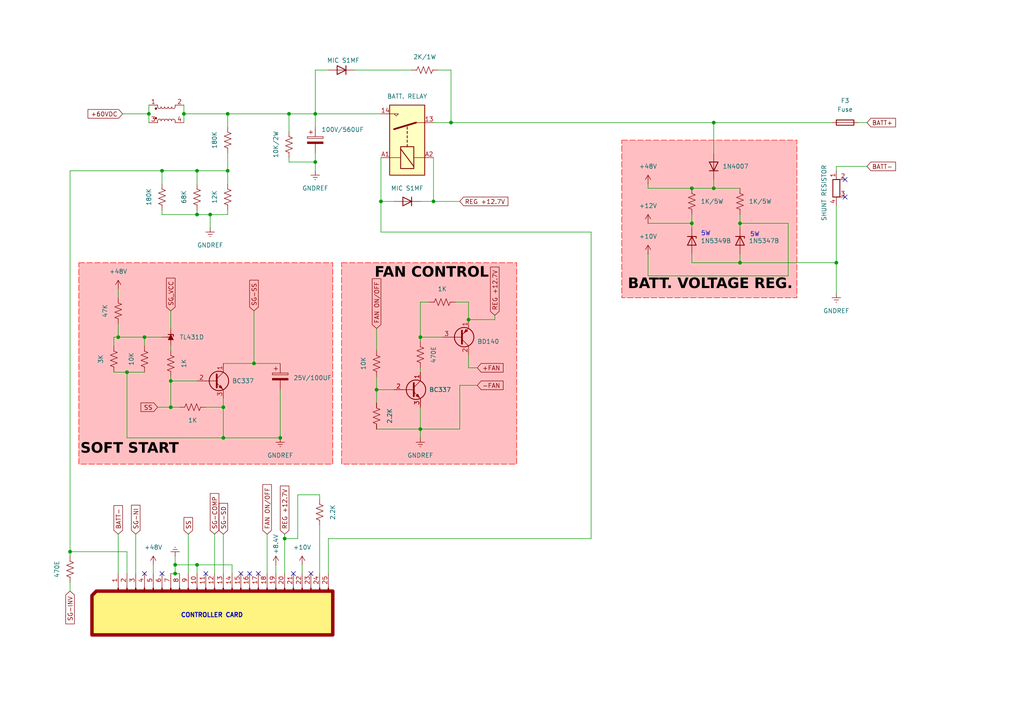
<source format=kicad_sch>
(kicad_sch (version 20250114) (generator "eeschema") (generator_version "9.0")
  (paper "A4")
  (title_block (title "CHARGING & CONTROL"))
  (lib_symbols
    (symbol "Connector:Conn_01x25_Pin" (pin_names (offset 1.016) (hide yes))
      (property "Reference" "J" (at 0 33.02 0))
      (property "Value" "Conn_01x25_Pin" (at 0 -33.02 0))
      (symbol "Conn_01x25_Pin_1_1"
        (rectangle (start 0.8636 30.607) (end 0 30.353) (stroke (width 0.1524)) (fill (type outline)))
        (rectangle (start 0.8636 28.067) (end 0 27.813) (stroke (width 0.1524)) (fill (type outline)))
        (rectangle (start 0.8636 25.527) (end 0 25.273) (stroke (width 0.1524)) (fill (type outline)))
        (rectangle (start 0.8636 22.987) (end 0 22.733) (stroke (width 0.1524)) (fill (type outline)))
        (rectangle (start 0.8636 20.447) (end 0 20.193) (stroke (width 0.1524)) (fill (type outline)))
        (rectangle (start 0.8636 17.907) (end 0 17.653) (stroke (width 0.1524)) (fill (type outline)))
        (rectangle (start 0.8636 15.367) (end 0 15.113) (stroke (width 0.1524)) (fill (type outline)))
        (rectangle (start 0.8636 12.827) (end 0 12.573) (stroke (width 0.1524)) (fill (type outline)))
        (rectangle (start 0.8636 10.287) (end 0 10.033) (stroke (width 0.1524)) (fill (type outline)))
        (rectangle (start 0.8636 7.747) (end 0 7.493) (stroke (width 0.1524)) (fill (type outline)))
        (rectangle (start 0.8636 5.207) (end 0 4.953) (stroke (width 0.1524)) (fill (type outline)))
        (rectangle (start 0.8636 2.667) (end 0 2.413) (stroke (width 0.1524)) (fill (type outline)))
        (rectangle (start 0.8636 0.127) (end 0 -0.127) (stroke (width 0.1524)) (fill (type outline)))
        (rectangle (start 0.8636 -2.413) (end 0 -2.667) (stroke (width 0.1524)) (fill (type outline)))
        (rectangle (start 0.8636 -4.953) (end 0 -5.207) (stroke (width 0.1524)) (fill (type outline)))
        (rectangle (start 0.8636 -7.493) (end 0 -7.747) (stroke (width 0.1524)) (fill (type outline)))
        (rectangle (start 0.8636 -10.033) (end 0 -10.287) (stroke (width 0.1524)) (fill (type outline)))
        (rectangle (start 0.8636 -12.573) (end 0 -12.827) (stroke (width 0.1524)) (fill (type outline)))
        (rectangle (start 0.8636 -15.113) (end 0 -15.367) (stroke (width 0.1524)) (fill (type outline)))
        (rectangle (start 0.8636 -17.653) (end 0 -17.907) (stroke (width 0.1524)) (fill (type outline)))
        (rectangle (start 0.8636 -20.193) (end 0 -20.447) (stroke (width 0.1524)) (fill (type outline)))
        (rectangle (start 0.8636 -22.733) (end 0 -22.987) (stroke (width 0.1524)) (fill (type outline)))
        (rectangle (start 0.8636 -25.273) (end 0 -25.527) (stroke (width 0.1524)) (fill (type outline)))
        (rectangle (start 0.8636 -27.813) (end 0 -28.067) (stroke (width 0.1524)) (fill (type outline)))
        (rectangle (start 0.8636 -30.353) (end 0 -30.607) (stroke (width 0.1524)) (fill (type outline)))
        (polyline (pts (xy 1.27 30.48) (xy 0.8636 30.48)) (stroke (width 0.1524)))
        (polyline (pts (xy 1.27 27.94) (xy 0.8636 27.94)) (stroke (width 0.1524)))
        (polyline (pts (xy 1.27 25.4) (xy 0.8636 25.4)) (stroke (width 0.1524)))
        (polyline (pts (xy 1.27 22.86) (xy 0.8636 22.86)) (stroke (width 0.1524)))
        (polyline (pts (xy 1.27 20.32) (xy 0.8636 20.32)) (stroke (width 0.1524)))
        (polyline (pts (xy 1.27 17.78) (xy 0.8636 17.78)) (stroke (width 0.1524)))
        (polyline (pts (xy 1.27 15.24) (xy 0.8636 15.24)) (stroke (width 0.1524)))
        (polyline (pts (xy 1.27 12.7) (xy 0.8636 12.7)) (stroke (width 0.1524)))
        (polyline (pts (xy 1.27 10.16) (xy 0.8636 10.16)) (stroke (width 0.1524)))
        (polyline (pts (xy 1.27 7.62) (xy 0.8636 7.62)) (stroke (width 0.1524)))
        (polyline (pts (xy 1.27 5.08) (xy 0.8636 5.08)) (stroke (width 0.1524)))
        (polyline (pts (xy 1.27 2.54) (xy 0.8636 2.54)) (stroke (width 0.1524)))
        (polyline (pts (xy 1.27 0) (xy 0.8636 0)) (stroke (width 0.1524)))
        (polyline (pts (xy 1.27 -2.54) (xy 0.8636 -2.54)) (stroke (width 0.1524)))
        (polyline (pts (xy 1.27 -5.08) (xy 0.8636 -5.08)) (stroke (width 0.1524)))
        (polyline (pts (xy 1.27 -7.62) (xy 0.8636 -7.62)) (stroke (width 0.1524)))
        (polyline (pts (xy 1.27 -10.16) (xy 0.8636 -10.16)) (stroke (width 0.1524)))
        (polyline (pts (xy 1.27 -12.7) (xy 0.8636 -12.7)) (stroke (width 0.1524)))
        (polyline (pts (xy 1.27 -15.24) (xy 0.8636 -15.24)) (stroke (width 0.1524)))
        (polyline (pts (xy 1.27 -17.78) (xy 0.8636 -17.78)) (stroke (width 0.1524)))
        (polyline (pts (xy 1.27 -20.32) (xy 0.8636 -20.32)) (stroke (width 0.1524)))
        (polyline (pts (xy 1.27 -22.86) (xy 0.8636 -22.86)) (stroke (width 0.1524)))
        (polyline (pts (xy 1.27 -25.4) (xy 0.8636 -25.4)) (stroke (width 0.1524)))
        (polyline (pts (xy 1.27 -27.94) (xy 0.8636 -27.94)) (stroke (width 0.1524)))
        (polyline (pts (xy 1.27 -30.48) (xy 0.8636 -30.48)) (stroke (width 0.1524)))
        (pin passive line (at 5.08 30.48 180) (length 3.81) (name "Pin_1") (number "1"))
        (pin passive line (at 5.08 27.94 180) (length 3.81) (name "Pin_2") (number "2"))
        (pin passive line (at 5.08 25.4 180) (length 3.81) (name "Pin_3") (number "3"))
        (pin passive line (at 5.08 22.86 180) (length 3.81) (name "Pin_4") (number "4"))
        (pin passive line (at 5.08 20.32 180) (length 3.81) (name "Pin_5") (number "5"))
        (pin passive line (at 5.08 17.78 180) (length 3.81) (name "Pin_6") (number "6"))
        (pin passive line (at 5.08 15.24 180) (length 3.81) (name "Pin_7") (number "7"))
        (pin passive line (at 5.08 12.7 180) (length 3.81) (name "Pin_8") (number "8"))
        (pin passive line (at 5.08 10.16 180) (length 3.81) (name "Pin_9") (number "9"))
        (pin passive line (at 5.08 7.62 180) (length 3.81) (name "Pin_10") (number "10"))
        (pin passive line (at 5.08 5.08 180) (length 3.81) (name "Pin_11") (number "11"))
        (pin passive line (at 5.08 2.54 180) (length 3.81) (name "Pin_12") (number "12"))
        (pin passive line (at 5.08 0 180) (length 3.81) (name "Pin_13") (number "13"))
        (pin passive line (at 5.08 -2.54 180) (length 3.81) (name "Pin_14") (number "14"))
        (pin passive line (at 5.08 -5.08 180) (length 3.81) (name "Pin_15") (number "15"))
        (pin passive line (at 5.08 -7.62 180) (length 3.81) (name "Pin_16") (number "16"))
        (pin passive line (at 5.08 -10.16 180) (length 3.81) (name "Pin_17") (number "17"))
        (pin passive line (at 5.08 -12.7 180) (length 3.81) (name "Pin_18") (number "18"))
        (pin passive line (at 5.08 -15.24 180) (length 3.81) (name "Pin_19") (number "19"))
        (pin passive line (at 5.08 -17.78 180) (length 3.81) (name "Pin_20") (number "20"))
        (pin passive line (at 5.08 -20.32 180) (length 3.81) (name "Pin_21") (number "21"))
        (pin passive line (at 5.08 -22.86 180) (length 3.81) (name "Pin_22") (number "22"))
        (pin passive line (at 5.08 -25.4 180) (length 3.81) (name "Pin_23") (number "23"))
        (pin passive line (at 5.08 -27.94 180) (length 3.81) (name "Pin_24") (number "24"))
        (pin passive line (at 5.08 -30.48 180) (length 3.81) (name "Pin_25") (number "25"))
      )
    )
    (symbol "Device:C_Polarized" (pin_numbers (hide yes)) (pin_names (offset 0.254))
      (property "Reference" "C" (at 0.635 2.54 0))
      (property "Value" "C_Polarized" (at 0.635 -2.54 0))
      (symbol "C_Polarized_0_1"
        (rectangle (start -2.286 0.508) (end 2.286 1.016))
        (polyline (pts (xy -1.778 2.286) (xy -0.762 2.286)))
        (polyline (pts (xy -1.27 2.794) (xy -1.27 1.778)))
        (rectangle (start 2.286 -0.508) (end -2.286 -1.016) (fill (type outline)))
      )
      (symbol "C_Polarized_1_1"
        (pin passive line (at 0 3.81 270) (length 2.794) (name "~") (number "1"))
        (pin passive line (at 0 -3.81 90) (length 2.794) (name "~") (number "2"))
      )
    )
    (symbol "Device:D_Zener" (pin_numbers (hide yes)) (pin_names (offset 1.016) (hide yes))
      (property "Reference" "D" (at 0 2.54 0))
      (property "Value" "D_Zener" (at 0 -2.54 0))
      (symbol "D_Zener_0_1"
        (polyline (pts (xy -1.27 -1.27) (xy -1.27 1.27) (xy -0.762 1.27)) (stroke (width 0.254)))
        (polyline (pts (xy 1.27 0) (xy -1.27 0)))
        (polyline (pts (xy 1.27 -1.27) (xy 1.27 1.27) (xy -1.27 0) (xy 1.27 -1.27)) (stroke (width 0.254)))
      )
      (symbol "D_Zener_1_1"
        (pin passive line (at -3.81 0 0) (length 2.54) (name "K") (number "1"))
        (pin passive line (at 3.81 0 180) (length 2.54) (name "A") (number "2"))
      )
    )
    (symbol "Device:Fuse" (pin_numbers (hide yes)) (pin_names (offset 0))
      (property "Reference" "F" (at 2.032 0 90))
      (property "Value" "Fuse" (at -1.905 0 90))
      (symbol "Fuse_0_1"
        (rectangle (start -0.762 -2.54) (end 0.762 2.54) (stroke (width 0.254)))
        (polyline (pts (xy 0 2.54) (xy 0 -2.54)))
      )
      (symbol "Fuse_1_1"
        (pin passive line (at 0 3.81 270) (length 1.27) (name "~") (number "1"))
        (pin passive line (at 0 -3.81 90) (length 1.27) (name "~") (number "2"))
      )
    )
    (symbol "Device:L_Coupled" (pin_names (offset 0.254) (hide yes))
      (property "Reference" "L" (at 0 4.445 0))
      (property "Value" "L_Coupled" (at 0 -4.445 0))
      (symbol "L_Coupled_0_1"
        (circle (center -3.048 1.524) (radius 0.254) (fill (type outline)))
        (circle (center -3.048 -1.27) (radius 0.254) (fill (type outline)))
        (polyline (pts (xy -2.54 2.032) (xy -2.54 2.54)))
        (polyline (pts (xy -2.54 -2.032) (xy -2.54 -2.54)))
        (arc (start -1.524 2.032) (mid -2.032 1.5262) (end -2.54 2.032))
        (arc (start -2.54 -2.032) (mid -2.032 -1.5262) (end -1.524 -2.032))
        (arc (start -0.508 2.032) (mid -1.016 1.5262) (end -1.524 2.032))
        (arc (start -1.524 -2.032) (mid -1.016 -1.5262) (end -0.508 -2.032))
        (arc (start 0.508 2.032) (mid 0 1.5262) (end -0.508 2.032))
        (arc (start -0.508 -2.032) (mid 0 -1.5262) (end 0.508 -2.032))
        (arc (start 1.524 2.032) (mid 1.016 1.5262) (end 0.508 2.032))
        (arc (start 0.508 -2.032) (mid 1.016 -1.5262) (end 1.524 -2.032))
        (arc (start 2.54 2.032) (mid 2.032 1.5262) (end 1.524 2.032))
        (arc (start 1.524 -2.032) (mid 2.032 -1.5262) (end 2.54 -2.032))
        (polyline (pts (xy 2.54 2.54) (xy 2.54 2.032)))
        (polyline (pts (xy 2.54 -2.032) (xy 2.54 -2.54)))
      )
      (symbol "L_Coupled_1_1"
        (pin passive line (at -5.08 2.54 0) (length 2.54) (name "1") (number "1"))
        (pin passive line (at -5.08 -2.54 0) (length 2.54) (name "3") (number "3"))
        (pin passive line (at 5.08 2.54 180) (length 2.54) (name "2") (number "2"))
        (pin passive line (at 5.08 -2.54 180) (length 2.54) (name "4") (number "4"))
      )
    )
    (symbol "Device:R_Shunt" (pin_names (offset 0) (hide yes))
      (property "Reference" "R" (at -2.032 0 90))
      (property "Value" "R_Shunt" (at 0 0 90))
      (symbol "R_Shunt_0_1"
        (rectangle (start -1.016 -2.54) (end 1.016 2.54) (stroke (width 0.254)))
        (polyline (pts (xy 0 -2.54) (xy 1.27 -2.54)))
        (polyline (pts (xy 1.27 2.54) (xy 0 2.54)))
      )
      (symbol "R_Shunt_1_1"
        (pin passive line (at 0 5.08 270) (length 2.54) (name "~") (number "1"))
        (pin passive line (at 0 -5.08 90) (length 2.54) (name "~") (number "4"))
        (pin passive line (at 2.54 2.54 180) (length 1.27) (name "~") (number "2"))
        (pin passive line (at 2.54 -2.54 180) (length 1.27) (name "~") (number "3"))
      )
    )
    (symbol "Device:R_US" (pin_numbers (hide yes)) (pin_names (offset 0))
      (property "Reference" "R" (at 2.54 0 90))
      (property "Value" "R_US" (at -2.54 0 90))
      (symbol "R_US_0_1"
        (polyline (pts (xy 0 2.286) (xy 0 2.54)))
        (polyline (pts (xy 0 2.286) (xy 1.016 1.905) (xy 0 1.524) (xy -1.016 1.143) (xy 0 0.762)))
        (polyline (pts (xy 0 0.762) (xy 1.016 0.381) (xy 0 0) (xy -1.016 -0.381) (xy 0 -0.762)))
        (polyline (pts (xy 0 -0.762) (xy 1.016 -1.143) (xy 0 -1.524) (xy -1.016 -1.905) (xy 0 -2.286)))
        (polyline (pts (xy 0 -2.286) (xy 0 -2.54)))
      )
      (symbol "R_US_1_1"
        (pin passive line (at 0 3.81 270) (length 1.27) (name "~") (number "1"))
        (pin passive line (at 0 -3.81 90) (length 1.27) (name "~") (number "2"))
      )
    )
    (symbol "Diode:1N4007" (pin_numbers (hide yes)) (pin_names (hide yes))
      (property "Reference" "D" (at 0 2.54 0))
      (property "Value" "1N4007" (at 0 -2.54 0))
      (symbol "1N4007_0_1"
        (polyline (pts (xy -1.27 1.27) (xy -1.27 -1.27)) (stroke (width 0.254)))
        (polyline (pts (xy 1.27 1.27) (xy 1.27 -1.27) (xy -1.27 0) (xy 1.27 1.27)) (stroke (width 0.254)))
        (polyline (pts (xy 1.27 0) (xy -1.27 0)))
      )
      (symbol "1N4007_1_1"
        (pin passive line (at -3.81 0 0) (length 2.54) (name "K") (number "1"))
        (pin passive line (at 3.81 0 180) (length 2.54) (name "A") (number "2"))
      )
    )
    (symbol "Reference_Voltage:TL431D" (pin_numbers (hide yes)) (pin_names (hide yes))
      (property "Reference" "U" (at 0 -2.54 0))
      (property "Value" "TL431D" (at 0 -4.445 0))
      (symbol "TL431D_0_1"
        (polyline (pts (xy -1.27 0) (xy 0 0) (xy 1.27 0)))
        (polyline (pts (xy -0.762 -0.762) (xy -0.762 0.762) (xy -0.762 0.762) (xy 0.762 0) (xy -0.762 -0.762)) (fill (type outline)))
        (polyline (pts (xy 0.254 -0.762) (xy 0.762 -0.762) (xy 0.762 0.762) (xy 0.762 0.762)) (stroke (width 0.254)))
      )
      (symbol "TL431D_1_1"
        (polyline (pts (xy 0 1.27) (xy 0 0)))
        (pin passive line (at -2.54 0 0) (length 2.54) (name "A") (number "2"))
        (pin passive line (at -2.54 0 0) (length 2.54) (hide yes) (name "A") (number "3"))
        (pin passive line (at -2.54 0 0) (length 2.54) (hide yes) (name "A") (number "6"))
        (pin passive line (at -2.54 0 0) (length 2.54) (hide yes) (name "A") (number "7"))
        (pin passive line (at 0 2.54 270) (length 2.54) (name "REF") (number "8"))
        (pin passive line (at 2.54 0 180) (length 2.54) (name "K") (number "1"))
      )
    )
    (symbol "Relay:Fujitsu_FTR-LYAA005x"
      (property "Reference" "K" (at 11.43 3.81 0))
      (property "Value" "Fujitsu_FTR-LYAA005x" (at 11.43 1.27 0))
      (symbol "Fujitsu_FTR-LYAA005x_0_0"
        (polyline (pts (xy 7.62 5.08) (xy 7.62 2.54) (xy 6.985 3.175) (xy 7.62 3.81)))
      )
      (symbol "Fujitsu_FTR-LYAA005x_0_1"
        (rectangle (start -10.16 5.08) (end 10.16 -5.08) (stroke (width 0.254)) (fill (type background)))
        (rectangle (start -8.255 1.905) (end -1.905 -1.905) (stroke (width 0.254)))
        (polyline (pts (xy -7.62 -1.905) (xy -2.54 1.905)) (stroke (width 0.254)))
        (polyline (pts (xy -5.08 5.08) (xy -5.08 1.905)))
        (polyline (pts (xy -5.08 -5.08) (xy -5.08 -1.905)))
        (polyline (pts (xy -1.905 0) (xy -1.27 0)) (stroke (width 0.254)))
        (polyline (pts (xy -0.635 0) (xy 0 0)) (stroke (width 0.254)))
        (polyline (pts (xy 0.635 0) (xy 1.27 0)) (stroke (width 0.254)))
        (polyline (pts (xy 1.905 0) (xy 2.54 0)) (stroke (width 0.254)))
        (polyline (pts (xy 3.175 0) (xy 3.81 0)) (stroke (width 0.254)))
        (polyline (pts (xy 5.08 -2.54) (xy 3.175 3.81)) (stroke (width 0.508)))
        (polyline (pts (xy 5.08 -2.54) (xy 5.08 -5.08)))
      )
      (symbol "Fujitsu_FTR-LYAA005x_1_1"
        (pin passive line (at -5.08 7.62 270) (length 2.54) (name "~") (number "A1"))
        (pin passive line (at -5.08 -7.62 90) (length 2.54) (name "~") (number "A2"))
        (pin passive line (at 5.08 -7.62 90) (length 2.54) (name "~") (number "13"))
        (pin passive line (at 7.62 7.62 270) (length 2.54) (name "~") (number "14"))
      )
    )
    (symbol "Transistor_BJT:BC337" (pin_names (offset 0) (hide yes))
      (property "Reference" "Q" (at 5.08 1.905 0))
      (property "Value" "BC337" (at 5.08 0 0))
      (symbol "BC337_0_1"
        (polyline (pts (xy -2.54 0) (xy 0.635 0)))
        (polyline (pts (xy 0.635 1.905) (xy 0.635 -1.905)) (stroke (width 0.508)))
        (circle (center 1.27 0) (radius 2.8194) (stroke (width 0.254)))
      )
      (symbol "BC337_1_1"
        (polyline (pts (xy 0.635 0.635) (xy 2.54 2.54)))
        (polyline (pts (xy 0.635 -0.635) (xy 2.54 -2.54)))
        (polyline (pts (xy 1.27 -1.778) (xy 1.778 -1.27) (xy 2.286 -2.286) (xy 1.27 -1.778)) (fill (type outline)))
        (pin input line (at -5.08 0 0) (length 2.54) (name "B") (number "2"))
        (pin passive line (at 2.54 5.08 270) (length 2.54) (name "C") (number "1"))
        (pin passive line (at 2.54 -5.08 90) (length 2.54) (name "E") (number "3"))
      )
    )
    (symbol "Transistor_BJT:BD140" (pin_names (offset 0) (hide yes))
      (property "Reference" "Q" (at 5.08 1.905 0))
      (property "Value" "BD140" (at 5.08 0 0))
      (symbol "BD140_0_1"
        (polyline (pts (xy -2.54 0) (xy 0.635 0)))
        (polyline (pts (xy 0.635 1.905) (xy 0.635 -1.905)) (stroke (width 0.508)))
        (polyline (pts (xy 0.635 0.635) (xy 2.54 2.54)))
        (polyline (pts (xy 0.635 -0.635) (xy 2.54 -2.54)))
        (circle (center 1.27 0) (radius 2.8194) (stroke (width 0.254)))
        (polyline (pts (xy 2.286 -1.778) (xy 1.778 -2.286) (xy 1.27 -1.27) (xy 2.286 -1.778)) (fill (type outline)))
      )
      (symbol "BD140_1_1"
        (pin input line (at -5.08 0 0) (length 2.54) (name "B") (number "3"))
        (pin passive line (at 2.54 5.08 270) (length 2.54) (name "C") (number "2"))
        (pin passive line (at 2.54 -5.08 90) (length 2.54) (name "E") (number "1"))
      )
    )
    (symbol "power:+1V0" (power) (pin_numbers (hide yes)) (pin_names (offset 0) (hide yes))
      (property "Value" "+1V0" (at 0 3.556 0))
      (symbol "+1V0_0_1"
        (polyline (pts (xy -0.762 1.27) (xy 0 2.54)))
        (polyline (pts (xy 0 2.54) (xy 0.762 1.27)))
        (polyline (pts (xy 0 0) (xy 0 2.54)))
      )
      (symbol "+1V0_1_1"
        (pin power_in line (at 0 0 90) (length 0) (name "~") (number "1"))
      )
    )
    (symbol "power:GNDREF" (power) (pin_numbers (hide yes)) (pin_names (offset 0) (hide yes))
      (property "Value" "GNDREF" (at 0 -3.81 0))
      (symbol "GNDREF_0_1"
        (polyline (pts (xy -0.635 -1.905) (xy 0.635 -1.905)))
        (polyline (pts (xy -0.127 -2.54) (xy 0.127 -2.54)))
        (polyline (pts (xy 0 -1.27) (xy 0 0)))
        (polyline (pts (xy 1.27 -1.27) (xy -1.27 -1.27)))
      )
      (symbol "GNDREF_1_1"
        (pin power_in line (at 0 0 270) (length 0) (name "~") (number "1"))
      )
    )
  )
  (text "5W" (at 218.948 68.072 0) (effects (font (size 1.27 1.27))))
  (text "5W" (at 204.724 67.818 0) (effects (font (size 1.27 1.27))))
  (text "BATT. VOLTAGE REG." (at 205.994 83.312 0) (effects (font (size 3 3) (thickness 0.254) (bold yes))))
  (text "CONTROLLER CARD" (at 61.468 178.562 0) (effects (font (size 1.27 1.27) (thickness 0.254) (bold yes))))
  (text "FAN CONTROL" (at 125.222 80.01 0) (effects (font (size 3 3) (thickness 0.254) (bold yes))))
  (text "SOFT START" (at 37.592 131.064 0) (effects (font (size 3 3) (thickness 0.254) (bold yes))))
  (junction (at 73.66 105.41))
  (junction (at 46.99 49.53))
  (junction (at 66.04 33.02))
  (junction (at 91.44 33.02))
  (junction (at 66.04 49.53))
  (junction (at 109.22 113.03))
  (junction (at 125.73 58.42))
  (junction (at 130.81 35.56))
  (junction (at 121.92 97.79))
  (junction (at 36.83 107.95))
  (junction (at 83.82 33.02))
  (junction (at 135.89 92.71))
  (junction (at 91.44 46.99))
  (junction (at 50.8 163.83))
  (junction (at 50.8 166.37))
  (junction (at 34.29 97.79))
  (junction (at 242.57 76.2))
  (junction (at 57.15 49.53))
  (junction (at 49.53 110.49))
  (junction (at 20.32 160.02))
  (junction (at 200.66 54.61))
  (junction (at 41.91 97.79))
  (junction (at 57.15 62.23))
  (junction (at 81.28 127))
  (junction (at 121.92 124.46))
  (junction (at 207.01 54.61))
  (junction (at 64.77 127))
  (junction (at 57.15 163.83))
  (junction (at 60.96 62.23))
  (junction (at 214.63 64.77))
  (junction (at 207.01 35.56))
  (junction (at 214.63 76.2))
  (junction (at 64.77 118.11))
  (junction (at 82.55 156.21))
  (junction (at 200.66 64.77))
  (junction (at 53.34 33.02))
  (junction (at 49.53 118.11))
  (junction (at 110.49 58.42))
  (junction (at 43.18 33.02))
  (no_connect (at 85.09 166.37))
  (no_connect (at 90.17 166.37))
  (no_connect (at 245.11 52.07))
  (no_connect (at 74.93 166.37))
  (no_connect (at 59.69 166.37))
  (no_connect (at 245.11 57.15))
  (no_connect (at 69.85 166.37))
  (no_connect (at 72.39 166.37))
  (no_connect (at 41.91 166.37))
  (no_connect (at 46.99 166.37))
  (wire (pts (xy 57.15 53.34) (xy 57.15 49.53)))
  (wire (pts (xy 138.43 111.76) (xy 133.35 111.76)))
  (wire (pts (xy 46.99 49.53) (xy 46.99 53.34)))
  (wire (pts (xy 91.44 33.02) (xy 91.44 36.83)))
  (wire (pts (xy 187.96 64.77) (xy 200.66 64.77)))
  (wire (pts (xy 86.36 143.51) (xy 86.36 156.21)))
  (wire (pts (xy 207.01 35.56) (xy 241.3 35.56)))
  (wire (pts (xy 83.82 33.02) (xy 83.82 38.1)))
  (wire (pts (xy 125.73 35.56) (xy 130.81 35.56)))
  (wire (pts (xy 214.63 64.77) (xy 214.63 66.04)))
  (wire (pts (xy 121.92 106.68) (xy 121.92 107.95)))
  (wire (pts (xy 92.71 143.51) (xy 92.71 144.78)))
  (wire (pts (xy 49.53 90.17) (xy 49.53 95.25)))
  (wire (pts (xy 125.73 45.72) (xy 125.73 58.42)))
  (wire (pts (xy 121.92 87.63) (xy 124.46 87.63)))
  (wire (pts (xy 207.01 52.07) (xy 207.01 54.61)))
  (wire (pts (xy 77.47 154.94) (xy 77.47 166.37)))
  (wire (pts (xy 66.04 33.02) (xy 66.04 36.83)))
  (wire (pts (xy 53.34 33.02) (xy 53.34 35.56)))
  (wire (pts (xy 127 20.32) (xy 130.81 20.32)))
  (wire (pts (xy 133.35 111.76) (xy 133.35 124.46)))
  (wire (pts (xy 64.77 118.11) (xy 64.77 115.57)))
  (wire (pts (xy 110.49 67.31) (xy 110.49 58.42)))
  (wire (pts (xy 57.15 163.83) (xy 50.8 163.83)))
  (wire (pts (xy 20.32 171.45) (xy 20.32 168.91)))
  (wire (pts (xy 125.73 58.42) (xy 133.35 58.42)))
  (wire (pts (xy 248.92 35.56) (xy 251.46 35.56)))
  (wire (pts (xy 121.92 118.11) (xy 121.92 124.46)))
  (wire (pts (xy 60.96 62.23) (xy 60.96 66.04)))
  (wire (pts (xy 121.92 124.46) (xy 121.92 127)))
  (wire (pts (xy 125.73 58.42) (xy 121.92 58.42)))
  (wire (pts (xy 62.23 154.94) (xy 62.23 166.37)))
  (wire (pts (xy 187.96 80.01) (xy 228.6 80.01)))
  (wire (pts (xy 46.99 62.23) (xy 57.15 62.23)))
  (wire (pts (xy 59.69 118.11) (xy 64.77 118.11)))
  (wire (pts (xy 36.83 107.95) (xy 41.91 107.95)))
  (wire (pts (xy 64.77 127) (xy 81.28 127)))
  (wire (pts (xy 207.01 54.61) (xy 214.63 54.61)))
  (wire (pts (xy 95.25 166.37) (xy 95.25 156.21)))
  (wire (pts (xy 242.57 48.26) (xy 251.46 48.26)))
  (wire (pts (xy 73.66 90.17) (xy 73.66 105.41)))
  (wire (pts (xy 91.44 44.45) (xy 91.44 46.99)))
  (wire (pts (xy 242.57 59.69) (xy 242.57 76.2)))
  (wire (pts (xy 109.22 109.22) (xy 109.22 113.03)))
  (wire (pts (xy 43.18 30.48) (xy 43.18 33.02)))
  (wire (pts (xy 86.36 156.21) (xy 82.55 156.21)))
  (wire (pts (xy 91.44 46.99) (xy 91.44 49.53)))
  (wire (pts (xy 242.57 49.53) (xy 242.57 48.26)))
  (wire (pts (xy 46.99 49.53) (xy 57.15 49.53)))
  (wire (pts (xy 187.96 53.34) (xy 187.96 54.61)))
  (wire (pts (xy 91.44 20.32) (xy 91.44 33.02)))
  (wire (pts (xy 64.77 105.41) (xy 73.66 105.41)))
  (wire (pts (xy 109.22 95.25) (xy 109.22 101.6)))
  (wire (pts (xy 81.28 113.03) (xy 81.28 127)))
  (wire (pts (xy 50.8 161.29) (xy 50.8 163.83)))
  (wire (pts (xy 34.29 83.82) (xy 34.29 86.36)))
  (wire (pts (xy 66.04 53.34) (xy 66.04 49.53)))
  (wire (pts (xy 66.04 33.02) (xy 83.82 33.02)))
  (wire (pts (xy 49.53 110.49) (xy 57.15 110.49)))
  (wire (pts (xy 50.8 166.37) (xy 52.07 166.37)))
  (wire (pts (xy 83.82 46.99) (xy 91.44 46.99)))
  (wire (pts (xy 87.63 163.83) (xy 87.63 166.37)))
  (wire (pts (xy 39.37 154.94) (xy 39.37 166.37)))
  (wire (pts (xy 110.49 45.72) (xy 110.49 58.42)))
  (wire (pts (xy 46.99 97.79) (xy 41.91 97.79)))
  (wire (pts (xy 36.83 107.95) (xy 36.83 127)))
  (wire (pts (xy 80.01 163.83) (xy 80.01 166.37)))
  (wire (pts (xy 121.92 99.06) (xy 121.92 97.79)))
  (wire (pts (xy 92.71 152.4) (xy 92.71 166.37)))
  (wire (pts (xy 34.29 154.94) (xy 34.29 166.37)))
  (wire (pts (xy 171.45 156.21) (xy 171.45 67.31)))
  (wire (pts (xy 135.89 87.63) (xy 135.89 92.71)))
  (wire (pts (xy 132.08 87.63) (xy 135.89 87.63)))
  (wire (pts (xy 53.34 33.02) (xy 66.04 33.02)))
  (wire (pts (xy 135.89 106.68) (xy 138.43 106.68)))
  (wire (pts (xy 20.32 160.02) (xy 20.32 161.29)))
  (wire (pts (xy 121.92 87.63) (xy 121.92 97.79)))
  (wire (pts (xy 66.04 62.23) (xy 66.04 60.96)))
  (wire (pts (xy 45.72 118.11) (xy 49.53 118.11)))
  (wire (pts (xy 200.66 64.77) (xy 200.66 66.04)))
  (wire (pts (xy 57.15 166.37) (xy 57.15 163.83)))
  (wire (pts (xy 36.83 127) (xy 64.77 127)))
  (wire (pts (xy 130.81 20.32) (xy 130.81 35.56)))
  (wire (pts (xy 228.6 80.01) (xy 228.6 64.77)))
  (wire (pts (xy 34.29 93.98) (xy 34.29 97.79)))
  (wire (pts (xy 121.92 97.79) (xy 128.27 97.79)))
  (wire (pts (xy 49.53 118.11) (xy 52.07 118.11)))
  (wire (pts (xy 33.02 97.79) (xy 33.02 100.33)))
  (wire (pts (xy 57.15 62.23) (xy 57.15 60.96)))
  (wire (pts (xy 57.15 62.23) (xy 60.96 62.23)))
  (wire (pts (xy 66.04 44.45) (xy 66.04 49.53)))
  (wire (pts (xy 83.82 45.72) (xy 83.82 46.99)))
  (wire (pts (xy 49.53 100.33) (xy 49.53 101.6)))
  (wire (pts (xy 64.77 118.11) (xy 64.77 127)))
  (wire (pts (xy 200.66 54.61) (xy 207.01 54.61)))
  (wire (pts (xy 200.66 73.66) (xy 200.66 76.2)))
  (wire (pts (xy 214.63 62.23) (xy 214.63 64.77)))
  (wire (pts (xy 214.63 76.2) (xy 242.57 76.2)))
  (wire (pts (xy 67.31 163.83) (xy 57.15 163.83)))
  (wire (pts (xy 82.55 154.94) (xy 82.55 156.21)))
  (wire (pts (xy 36.83 166.37) (xy 36.83 160.02)))
  (wire (pts (xy 54.61 154.94) (xy 54.61 166.37)))
  (wire (pts (xy 60.96 62.23) (xy 66.04 62.23)))
  (wire (pts (xy 35.56 33.02) (xy 43.18 33.02)))
  (wire (pts (xy 242.57 85.09) (xy 242.57 76.2)))
  (wire (pts (xy 53.34 30.48) (xy 53.34 33.02)))
  (wire (pts (xy 109.22 113.03) (xy 109.22 116.84)))
  (wire (pts (xy 67.31 166.37) (xy 67.31 163.83)))
  (wire (pts (xy 207.01 35.56) (xy 207.01 44.45)))
  (wire (pts (xy 43.18 33.02) (xy 43.18 35.56)))
  (wire (pts (xy 49.53 109.22) (xy 49.53 110.49)))
  (wire (pts (xy 46.99 60.96) (xy 46.99 62.23)))
  (wire (pts (xy 91.44 33.02) (xy 110.49 33.02)))
  (wire (pts (xy 133.35 124.46) (xy 121.92 124.46)))
  (wire (pts (xy 92.71 143.51) (xy 86.36 143.51)))
  (wire (pts (xy 102.87 20.32) (xy 119.38 20.32)))
  (wire (pts (xy 36.83 160.02) (xy 20.32 160.02)))
  (wire (pts (xy 41.91 97.79) (xy 41.91 100.33)))
  (wire (pts (xy 200.66 62.23) (xy 200.66 64.77)))
  (wire (pts (xy 95.25 156.21) (xy 171.45 156.21)))
  (wire (pts (xy 143.51 91.44) (xy 143.51 92.71)))
  (wire (pts (xy 135.89 102.87) (xy 135.89 106.68)))
  (wire (pts (xy 34.29 97.79) (xy 33.02 97.79)))
  (wire (pts (xy 228.6 64.77) (xy 214.63 64.77)))
  (wire (pts (xy 130.81 35.56) (xy 207.01 35.56)))
  (wire (pts (xy 49.53 110.49) (xy 49.53 118.11)))
  (wire (pts (xy 200.66 76.2) (xy 214.63 76.2)))
  (wire (pts (xy 50.8 163.83) (xy 50.8 166.37)))
  (wire (pts (xy 20.32 160.02) (xy 20.32 49.53)))
  (wire (pts (xy 73.66 105.41) (xy 81.28 105.41)))
  (wire (pts (xy 109.22 113.03) (xy 114.3 113.03)))
  (wire (pts (xy 109.22 124.46) (xy 121.92 124.46)))
  (wire (pts (xy 135.89 92.71) (xy 143.51 92.71)))
  (wire (pts (xy 33.02 107.95) (xy 36.83 107.95)))
  (wire (pts (xy 95.25 20.32) (xy 91.44 20.32)))
  (wire (pts (xy 82.55 156.21) (xy 82.55 166.37)))
  (wire (pts (xy 187.96 54.61) (xy 200.66 54.61)))
  (wire (pts (xy 57.15 49.53) (xy 66.04 49.53)))
  (wire (pts (xy 110.49 58.42) (xy 114.3 58.42)))
  (wire (pts (xy 49.53 166.37) (xy 50.8 166.37)))
  (wire (pts (xy 83.82 33.02) (xy 91.44 33.02)))
  (wire (pts (xy 214.63 73.66) (xy 214.63 76.2)))
  (wire (pts (xy 64.77 154.94) (xy 64.77 166.37)))
  (wire (pts (xy 171.45 67.31) (xy 110.49 67.31)))
  (wire (pts (xy 20.32 49.53) (xy 46.99 49.53)))
  (wire (pts (xy 44.45 163.83) (xy 44.45 166.37)))
  (wire (pts (xy 187.96 73.66) (xy 187.96 80.01)))
  (wire (pts (xy 34.29 97.79) (xy 41.91 97.79)))
  (global_label "SS" (shape input) (at 45.72 118.11 180) (property "Intersheetrefs" "${INTERSHEET_REFS}" (effects (hide yes))))
  (global_label "REG +12.7V" (shape input) (at 133.35 58.42 0) (property "Intersheetrefs" "${INTERSHEET_REFS}" (effects (hide yes))))
  (global_label "FAN ON{slash}OFF" (shape input) (at 77.47 154.94 90) (property "Intersheetrefs" "${INTERSHEET_REFS}" (effects (hide yes))))
  (global_label "SG-COMP" (shape input) (at 62.23 154.94 90) (property "Intersheetrefs" "${INTERSHEET_REFS}" (effects (hide yes))))
  (global_label "SG-NI" (shape input) (at 39.37 154.94 90) (property "Intersheetrefs" "${INTERSHEET_REFS}" (effects (hide yes))))
  (global_label "REG +12.7V" (shape input) (at 143.51 91.44 90) (property "Intersheetrefs" "${INTERSHEET_REFS}" (effects (hide yes))))
  (global_label "-FAN" (shape input) (at 138.43 111.76 0) (property "Intersheetrefs" "${INTERSHEET_REFS}" (effects (hide yes))))
  (global_label "BATT+" (shape input) (at 251.46 35.56 0) (property "Intersheetrefs" "${INTERSHEET_REFS}" (effects (hide yes))))
  (global_label "+60VDC" (shape input) (at 35.56 33.02 180) (property "Intersheetrefs" "${INTERSHEET_REFS}" (effects (hide yes))))
  (global_label "BATT-" (shape input) (at 251.46 48.26 0) (property "Intersheetrefs" "${INTERSHEET_REFS}" (effects (hide yes))))
  (global_label "SG-SS" (shape input) (at 73.66 90.17 90) (property "Intersheetrefs" "${INTERSHEET_REFS}" (effects (hide yes))))
  (global_label "SG_VCC" (shape input) (at 49.53 90.17 90) (property "Intersheetrefs" "${INTERSHEET_REFS}" (effects (hide yes))))
  (global_label "SS" (shape input) (at 54.61 154.94 90) (property "Intersheetrefs" "${INTERSHEET_REFS}" (effects (hide yes))))
  (global_label "REG +12.7V" (shape input) (at 82.55 154.94 90) (property "Intersheetrefs" "${INTERSHEET_REFS}" (effects (hide yes))))
  (global_label "FAN ON{slash}OFF" (shape input) (at 109.22 95.25 90) (property "Intersheetrefs" "${INTERSHEET_REFS}" (effects (hide yes))))
  (global_label "+FAN" (shape input) (at 138.43 106.68 0) (property "Intersheetrefs" "${INTERSHEET_REFS}" (effects (hide yes))))
  (global_label "BATT-" (shape input) (at 34.29 154.94 90) (property "Intersheetrefs" "${INTERSHEET_REFS}" (effects (hide yes))))
  (global_label "SG-SD" (shape input) (at 64.77 154.94 90) (property "Intersheetrefs" "${INTERSHEET_REFS}" (effects (hide yes))))
  (global_label "SG-INV" (shape input) (at 20.32 171.45 270) (property "Intersheetrefs" "${INTERSHEET_REFS}" (effects (hide yes))))
  (rule_area (polyline (pts (xy 96.52 184.15) (xy 96.52 171.45) (xy 27.94 171.45) (xy 26.67 172.72) (xy 26.67 184.15)) (stroke (width 1) (color 151 0 7 1)) (fill (type color) (color 255 243 129 1))))
  (rule_area (polyline (pts (xy 99.06 76.2) (xy 149.86 76.2) (xy 149.86 134.62) (xy 99.06 134.62)) (stroke (width 0) (type dash)) (fill (type color) (color 255 0 12 0.2509803922))))
  (rule_area (polyline (pts (xy 180.34 40.64) (xy 231.14 40.64) (xy 231.14 86.36) (xy 180.34 86.36)) (stroke (width 0) (type dash)) (fill (type color) (color 255 0 12 0.2509803922))))
  (rule_area (polyline (pts (xy 22.86 76.2) (xy 96.52 76.2) (xy 96.52 134.62) (xy 22.86 134.62)) (stroke (width 0) (type dash)) (fill (type color) (color 255 0 12 0.2509803922))))
  (symbol (lib_id "Device:Fuse") (at 245.11 35.56 90) (unit 1)
    (property "Reference" "F3" (at 245.11 29.21 90))
    (property "Value" "Fuse" (at 245.11 31.75 90))
    (property "Description" "Fuse" (effects (hide yes)))
  )
  (symbol (lib_id "power:+1V0") (at 187.96 73.66 0) (unit 1)
    (property "Reference" "#PWR012" (effects (hide yes)))
    (property "Value" "+10V" (at 187.96 68.58 0))
    (property "Description" "Power symbol creates a global label with name \"+1V0\"" (effects (hide yes)))
  )
  (symbol (lib_id "Diode:1N4007") (at 207.01 48.26 90) (unit 1)
    (property "Reference" "D20" (effects (hide yes)))
    (property "Value" "1N4007" (at 209.55 48.2599 90) (effects (justify right)))
    (property "Footprint" "Diode_THT:D_DO-41_SOD81_P10.16mm_Horizontal" (effects (hide yes)))
    (property "Datasheet" "http://www.vishay.com/docs/88503/1n4001.pdf" (effects (hide yes)))
    (property "Description" "1000V 1A General Purpose Rectifier Diode, DO-41" (effects (hide yes)))
    (property "Sim.Device" "D" (effects (hide yes)))
    (property "Sim.Pins" "1=K 2=A" (effects (hide yes)))
  )
  (symbol (lib_id "power:+1V0") (at 87.63 163.83 0) (unit 1)
    (property "Reference" "#PWR023" (effects (hide yes)))
    (property "Value" "+10V" (at 87.63 158.75 0))
    (property "Description" "Power symbol creates a global label with name \"+1V0\"" (effects (hide yes)))
  )
  (symbol (lib_id "power:+1V0") (at 34.29 83.82 0) (unit 1)
    (property "Reference" "#PWR019" (effects (hide yes)))
    (property "Value" "+48V" (at 34.29 78.74 0))
    (property "Description" "Power symbol creates a global label with name \"+1V0\"" (effects (hide yes)))
  )
  (symbol (lib_id "Device:C_Polarized") (at 81.28 109.22 0) (unit 1)
    (property "Reference" "C29" (effects (hide yes)))
    (property "Value" "25V/100UF" (at 85.09 109.6009 0) (effects (justify left)))
    (property "Description" "Polarized capacitor" (effects (hide yes)))
  )
  (symbol (lib_id "power:GNDREF") (at 50.8 161.29 180) (unit 1)
    (property "Reference" "#PWR017" (effects (hide yes)))
    (property "Value" "GNDREF" (effects (hide yes)))
    (property "Description" "Power symbol creates a global label with name \"GNDREF\" , reference supply ground" (effects (hide yes)))
  )
  (symbol (lib_id "power:+1V0") (at 187.96 64.77 0) (unit 1)
    (property "Reference" "#PWR011" (effects (hide yes)))
    (property "Value" "+12V" (at 187.96 59.69 0))
    (property "Description" "Power symbol creates a global label with name \"+1V0\"" (effects (hide yes)))
  )
  (symbol (lib_id "power:GNDREF") (at 91.44 49.53 0) (unit 1)
    (property "Reference" "#PWR02" (effects (hide yes)))
    (property "Value" "GNDREF" (at 91.44 54.61 0))
    (property "Description" "Power symbol creates a global label with name \"GNDREF\" , reference supply ground" (effects (hide yes)))
  )
  (symbol (lib_id "Device:R_US") (at 109.22 105.41 180) (unit 1)
    (property "Reference" "R51" (effects (hide yes)))
    (property "Value" "10K" (at 105.41 105.41 90))
    (property "Description" "Resistor, US symbol" (effects (hide yes)))
  )
  (symbol (lib_id "Device:D_Zener") (at 214.63 69.85 270) (unit 1)
    (property "Reference" "D17" (effects (hide yes)))
    (property "Value" "1N5347B" (at 217.17 69.8499 90) (effects (justify left)))
    (property "Description" "Zener diode" (effects (hide yes)))
  )
  (symbol (lib_id "power:GNDREF") (at 60.96 66.04 0) (unit 1)
    (property "Reference" "#PWR08" (effects (hide yes)))
    (property "Value" "GNDREF" (at 60.96 71.12 0))
    (property "Description" "Power symbol creates a global label with name \"GNDREF\" , reference supply ground" (effects (hide yes)))
  )
  (symbol (lib_id "Device:R_US") (at 128.27 87.63 90) (unit 1)
    (property "Reference" "R49" (effects (hide yes)))
    (property "Value" "1K" (at 128.27 83.82 90))
    (property "Description" "Resistor, US symbol" (effects (hide yes)))
  )
  (symbol (lib_id "Diode:1N4007") (at 118.11 58.42 180) (unit 1)
    (property "Reference" "D5" (effects (hide yes)))
    (property "Value" "MIC S1MF" (at 118.11 54.61 0))
    (property "Footprint" "Diode_THT:D_DO-41_SOD81_P10.16mm_Horizontal" (effects (hide yes)))
    (property "Datasheet" "http://www.vishay.com/docs/88503/1n4001.pdf" (effects (hide yes)))
    (property "Description" "1000V 1A General Purpose Rectifier Diode, DO-41" (effects (hide yes)))
    (property "Sim.Device" "D" (effects (hide yes)))
    (property "Sim.Pins" "1=K 2=A" (effects (hide yes)))
  )
  (symbol (lib_id "Device:R_US") (at 46.99 57.15 180) (unit 1)
    (property "Reference" "R73" (effects (hide yes)))
    (property "Value" "180K" (at 43.18 57.15 90))
    (property "Description" "Resistor, US symbol" (effects (hide yes)))
  )
  (symbol (lib_id "Device:R_US") (at 49.53 105.41 0) (unit 1)
    (property "Reference" "R47" (effects (hide yes)))
    (property "Value" "1K" (at 53.34 105.41 90))
    (property "Description" "Resistor, US symbol" (effects (hide yes)))
  )
  (symbol (lib_id "Device:C_Polarized") (at 91.44 40.64 0) (unit 1)
    (property "Reference" "C24" (effects (hide yes)))
    (property "Value" "100V/560UF" (at 93.218 37.592 0) (effects (justify left)))
    (property "Description" "Polarized capacitor" (effects (hide yes)))
  )
  (symbol (lib_id "Device:R_US") (at 34.29 90.17 180) (unit 1)
    (property "Reference" "R45" (effects (hide yes)))
    (property "Value" "47K" (at 30.48 90.17 90))
    (property "Description" "Resistor, US symbol" (effects (hide yes)))
  )
  (symbol (lib_id "Device:R_US") (at 92.71 148.59 0) (unit 1)
    (property "Reference" "R52" (effects (hide yes)))
    (property "Value" "2.2K" (at 96.52 148.59 90))
    (property "Description" "Resistor, US symbol" (effects (hide yes)))
  )
  (symbol (lib_id "Device:R_US") (at 41.91 104.14 180) (unit 1)
    (property "Reference" "R44" (effects (hide yes)))
    (property "Value" "10K" (at 38.1 104.14 90))
    (property "Description" "Resistor, US symbol" (effects (hide yes)))
  )
  (symbol (lib_id "Device:L_Coupled") (at 48.26 33.02 0) (unit 1)
    (property "Reference" "L4" (effects (hide yes)))
    (property "Value" "L_Coupled" (effects (hide yes)))
    (property "Description" "Coupled inductor" (effects (hide yes)))
  )
  (symbol (lib_id "Device:R_US") (at 200.66 58.42 0) (unit 1)
    (property "Reference" "R30" (effects (hide yes)))
    (property "Value" "1K/5W" (at 203.2 58.4199 0) (effects (justify left)))
    (property "Description" "Resistor, US symbol" (effects (hide yes)))
  )
  (symbol (lib_id "Reference_Voltage:TL431D") (at 49.53 97.79 90) (unit 1)
    (property "Reference" "U2" (effects (hide yes)))
    (property "Value" "TL431D" (at 52.07 97.7899 90) (effects (justify right)))
    (property "Footprint" "Package_SO:SOIC-8_3.9x4.9mm_P1.27mm" (effects (hide yes)))
    (property "Datasheet" "http://www.ti.com/lit/ds/symlink/tl431.pdf" (effects (hide yes)))
    (property "Description" "Shunt Regulator, SO-8" (effects (hide yes)))
  )
  (symbol (lib_id "Connector:Conn_01x25_Pin") (at 64.77 171.45 90) (unit 1)
    (property "Reference" "J1" (effects (hide yes)))
    (property "Value" "Conn_01x25_Pin" (effects (hide yes)))
    (property "Description" "Generic connector, single row, 01x25, script generated" (effects (hide yes)))
  )
  (symbol (lib_id "Diode:1N4007") (at 99.06 20.32 180) (unit 1)
    (property "Reference" "D3" (effects (hide yes)))
    (property "Value" "MIC S1MF" (at 99.568 17.526 0))
    (property "Footprint" "Diode_THT:D_DO-41_SOD81_P10.16mm_Horizontal" (effects (hide yes)))
    (property "Datasheet" "http://www.vishay.com/docs/88503/1n4001.pdf" (effects (hide yes)))
    (property "Description" "1000V 1A General Purpose Rectifier Diode, DO-41" (effects (hide yes)))
    (property "Sim.Device" "D" (effects (hide yes)))
    (property "Sim.Pins" "1=K 2=A" (effects (hide yes)))
  )
  (symbol (lib_id "power:+1V0") (at 187.96 53.34 0) (unit 1)
    (property "Reference" "#PWR010" (effects (hide yes)))
    (property "Value" "+48V" (at 187.96 48.26 0))
    (property "Description" "Power symbol creates a global label with name \"+1V0\"" (effects (hide yes)))
  )
  (symbol (lib_id "Transistor_BJT:BC337") (at 62.23 110.49 0) (unit 1)
    (property "Reference" "Q9" (effects (hide yes)))
    (property "Value" "BC337" (at 67.31 110.4899 0) (effects (justify left)))
    (property "Footprint" "Package_TO_SOT_THT:TO-92_Inline" (effects (hide yes)))
    (property "Datasheet" "https://diotec.com/tl_files/diotec/files/pdf/datasheets/bc337.pdf" (effects (hide yes)))
    (property "Description" "0.8A Ic, 45V Vce, NPN Transistor, TO-92" (effects (hide yes)))
  )
  (symbol (lib_id "Device:R_US") (at 121.92 102.87 0) (unit 1)
    (property "Reference" "R48" (effects (hide yes)))
    (property "Value" "470E" (at 125.73 102.87 90))
    (property "Description" "Resistor, US symbol" (effects (hide yes)))
  )
  (symbol (lib_id "Device:R_US") (at 214.63 58.42 0) (unit 1)
    (property "Reference" "R31" (effects (hide yes)))
    (property "Value" "1K/5W" (at 217.17 58.4199 0) (effects (justify left)))
    (property "Description" "Resistor, US symbol" (effects (hide yes)))
  )
  (symbol (lib_id "Device:R_US") (at 33.02 104.14 180) (unit 1)
    (property "Reference" "R43" (effects (hide yes)))
    (property "Value" "3K" (at 29.21 104.14 90))
    (property "Description" "Resistor, US symbol" (effects (hide yes)))
  )
  (symbol (lib_id "Device:R_US") (at 83.82 41.91 180) (unit 1)
    (property "Reference" "R32" (effects (hide yes)))
    (property "Value" "10K/2W" (at 80.01 41.91 90))
    (property "Description" "Resistor, US symbol" (effects (hide yes)))
  )
  (symbol (lib_id "Device:R_US") (at 57.15 57.15 180) (unit 1)
    (property "Reference" "R34" (effects (hide yes)))
    (property "Value" "68K" (at 53.34 57.15 90))
    (property "Description" "Resistor, US symbol" (effects (hide yes)))
  )
  (symbol (lib_id "Device:R_US") (at 20.32 165.1 180) (unit 1)
    (property "Reference" "R36" (effects (hide yes)))
    (property "Value" "470E" (at 16.51 165.1 90))
    (property "Description" "Resistor, US symbol" (effects (hide yes)))
  )
  (symbol (lib_id "Transistor_BJT:BC337") (at 119.38 113.03 0) (unit 1)
    (property "Reference" "Q10" (effects (hide yes)))
    (property "Value" "BC337" (at 124.46 113.0299 0) (effects (justify left)))
    (property "Footprint" "Package_TO_SOT_THT:TO-92_Inline" (effects (hide yes)))
    (property "Datasheet" "https://diotec.com/tl_files/diotec/files/pdf/datasheets/bc337.pdf" (effects (hide yes)))
    (property "Description" "0.8A Ic, 45V Vce, NPN Transistor, TO-92" (effects (hide yes)))
  )
  (symbol (lib_id "Device:R_US") (at 66.04 40.64 180) (unit 1)
    (property "Reference" "R33" (effects (hide yes)))
    (property "Value" "180K" (at 62.23 40.64 90))
    (property "Description" "Resistor, US symbol" (effects (hide yes)))
  )
  (symbol (lib_id "Transistor_BJT:BD140") (at 133.35 97.79 0) (mirror x) (unit 1)
    (property "Reference" "Q11" (effects (hide yes)))
    (property "Value" "BD140" (at 138.43 99.0599 0) (effects (justify left)))
    (property "Footprint" "Package_TO_SOT_THT:TO-126-3_Vertical" (effects (hide yes)))
    (property "Datasheet" "http://www.st.com/internet/com/TECHNICAL_RESOURCES/TECHNICAL_LITERATURE/DATASHEET/CD00001225.pdf" (effects (hide yes)))
    (property "Description" "1.5A Ic, 80V Vce, Low Voltage Transistor, TO-126" (effects (hide yes)))
  )
  (symbol (lib_id "Device:R_US") (at 55.88 118.11 270) (unit 1)
    (property "Reference" "R46" (effects (hide yes)))
    (property "Value" "1K" (at 55.88 121.92 90))
    (property "Description" "Resistor, US symbol" (effects (hide yes)))
  )
  (symbol (lib_id "power:GNDREF") (at 81.28 127 0) (unit 1)
    (property "Reference" "#PWR020" (effects (hide yes)))
    (property "Value" "GNDREF" (at 81.28 132.08 0))
    (property "Description" "Power symbol creates a global label with name \"GNDREF\" , reference supply ground" (effects (hide yes)))
  )
  (symbol (lib_id "Device:D_Zener") (at 200.66 69.85 270) (unit 1)
    (property "Reference" "D18" (effects (hide yes)))
    (property "Value" "1N5349B" (at 203.2 69.8499 90) (effects (justify left)))
    (property "Description" "Zener diode" (effects (hide yes)))
  )
  (symbol (lib_id "Device:R_US") (at 123.19 20.32 90) (unit 1)
    (property "Reference" "R29" (effects (hide yes)))
    (property "Value" "2K/1W" (at 123.19 16.51 90))
    (property "Description" "Resistor, US symbol" (effects (hide yes)))
  )
  (symbol (lib_id "Device:R_US") (at 109.22 120.65 0) (unit 1)
    (property "Reference" "R50" (effects (hide yes)))
    (property "Value" "2.2K" (at 113.03 120.65 90))
    (property "Description" "Resistor, US symbol" (effects (hide yes)))
  )
  (symbol (lib_id "power:GNDREF") (at 121.92 127 0) (unit 1)
    (property "Reference" "#PWR021" (effects (hide yes)))
    (property "Value" "GNDREF" (at 121.92 132.08 0))
    (property "Description" "Power symbol creates a global label with name \"GNDREF\" , reference supply ground" (effects (hide yes)))
  )
  (symbol (lib_id "power:+1V0") (at 44.45 163.83 0) (unit 1)
    (property "Reference" "#PWR016" (effects (hide yes)))
    (property "Value" "+48V" (at 44.45 158.75 0))
    (property "Description" "Power symbol creates a global label with name \"+1V0\"" (effects (hide yes)))
  )
  (symbol (lib_id "power:+1V0") (at 80.01 163.83 0) (unit 1)
    (property "Reference" "#PWR022" (effects (hide yes)))
    (property "Value" "+8.4V" (at 80.01 160.782 90) (effects (justify left)))
    (property "Description" "Power symbol creates a global label with name \"+1V0\"" (effects (hide yes)))
  )
  (symbol (lib_id "Device:R_Shunt") (at 242.57 54.61 0) (unit 1)
    (property "Reference" "R28" (effects (hide yes)))
    (property "Value" "SHUNT RESISTOR" (at 239.014 47.752 90) (effects (justify right)))
    (property "Description" "Shunt resistor with Kelvin connections" (effects (hide yes)))
  )
  (symbol (lib_id "Relay:Fujitsu_FTR-LYAA005x") (at 118.11 40.64 90) (unit 1)
    (property "Reference" "K3" (effects (hide yes)))
    (property "Value" "BATT. RELAY" (at 118.11 27.94 90))
    (property "Footprint" "Relay_THT:Relay_SPST-NO_Fujitsu_FTR-LYAA005x_FormA_Vertical" (effects (hide yes)))
    (property "Datasheet" "https://www.fujitsu.com/sg/imagesgig5/ftr-ly.pdf" (effects (hide yes)))
    (property "Description" "Relay, SPST Form A, vertical mount, 5-60V coil, 6A, 250VAC, 28 x 5 x 15mm" (effects (hide yes)))
  )
  (symbol (lib_id "power:GNDREF") (at 242.57 85.09 0) (unit 1)
    (property "Reference" "#PWR01" (effects (hide yes)))
    (property "Value" "GNDREF" (at 242.57 90.17 0))
    (property "Description" "Power symbol creates a global label with name \"GNDREF\" , reference supply ground" (effects (hide yes)))
  )
  (symbol (lib_id "Device:R_US") (at 66.04 57.15 180) (unit 1)
    (property "Reference" "R35" (effects (hide yes)))
    (property "Value" "12K" (at 62.23 57.15 90))
    (property "Description" "Resistor, US symbol" (effects (hide yes)))
  )
)
</source>
